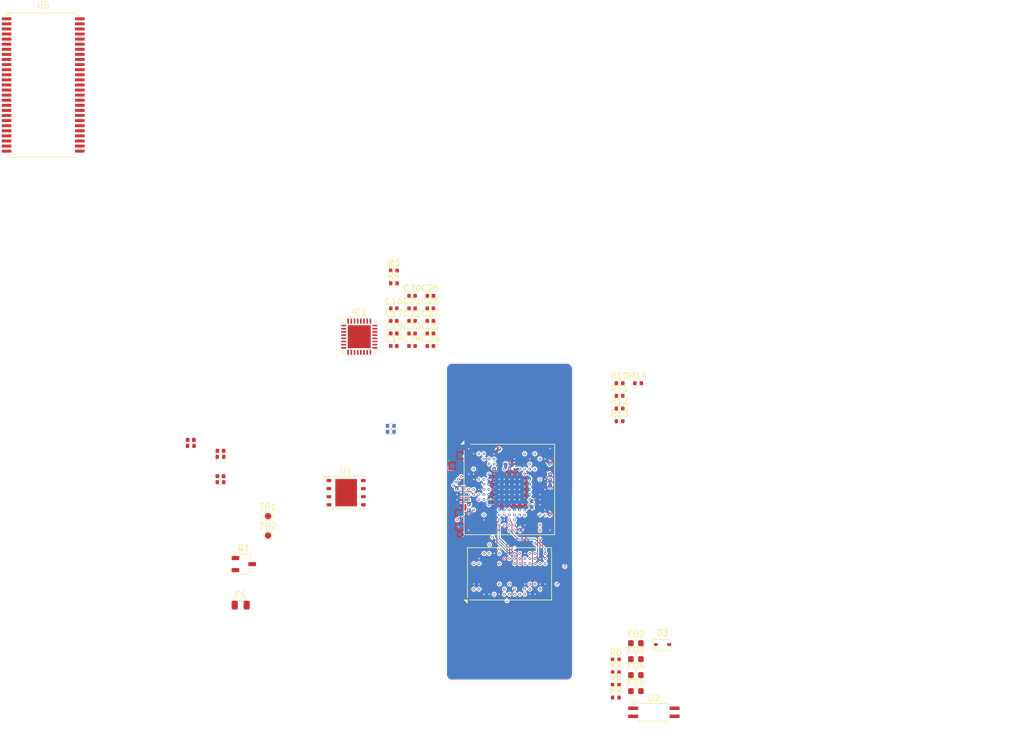
<source format=kicad_pcb>
(kicad_pcb (version 20241229) (generator "pcbnew") (generator_version "9.0")
  (layers (0 "F.Cu" signal "F.Cu (Signal)") (4 "In1.Cu" power "In1.Cu (Ground)") (6 "In2.Cu" power "In2.Cu (Power)") (8 "In3.Cu" signal "In3.Cu (Signal)") (10 "In4.Cu" power "In4.Cu(Ground)") (12 "In5.Cu" signal "In5.Cu (Signal") (14 "In6.Cu" power "In6.Cu (Ground)") (2 "B.Cu" signal "B.Cu (Signal)") (13 "F.Paste" user) (15 "B.Paste" user) (5 "F.SilkS" user "F.Silkscreen") (7 "B.SilkS" user "B.Silkscreen") (1 "F.Mask" user) (3 "B.Mask" user) (25 "Edge.Cuts" user))
  (net 0 "")
  (net 1 "/USB_D-")
  (net 2 "/USB_D+")
  (net 3 "/SWD_IO")
  (net 4 "/SWD_CLK")
  (net 5 "/SWD_SWO")
  (net 6 "/FMC_D14")
  (net 7 "/FMC_SDNRAS")
  (net 8 "/FMC_A5")
  (net 9 "/FMC_A0")
  (net 10 "+3.3V")
  (net 11 "/FMC_D15")
  (net 12 "/FMC_D1")
  (net 13 "/FMC_D3")
  (net 14 "/FMC_D11")
  (net 15 "/FMC_D7")
  (net 16 "/FMC_D9")
  (net 17 "/FMC_A10")
  (net 18 "/FMC_SDCKE0")
  (net 19 "/FMC_D8")
  (net 20 "/FMC_D13")
  (net 21 "/FMC_A3")
  (net 22 "/FMC_D0")
  (net 23 "/FMC_D10")
  (net 24 "/FMC_SDNWE")
  (net 25 "/FMC_NBL0")
  (net 26 "/FMC_D4")
  (net 27 "/FMC_A2")
  (net 28 "/FMC_A7")
  (net 29 "/FMC_NE1")
  (net 30 "/FMC_A1")
  (net 31 "/FMC_D6")
  (net 32 "/FMC_BA0")
  (net 33 "/FMC_CLK")
  (net 34 "/FMC_A9")
  (net 35 "/FMC_A11")
  (net 36 "/FMC_A12")
  (net 37 "/FMC_A8")
  (net 38 "/FMC_D5")
  (net 39 "/FMC_A4")
  (net 40 "/FMC_A6")
  (net 41 "/FMC_D12")
  (net 42 "/FMC_NBL1")
  (net 43 "/FMC_BA1")
  (net 44 "/FMC_D2")
  (net 45 "/QSPI_IO3")
  (net 46 "/QSPI_IO2")
  (net 47 "/QSPI_IO0")
  (net 48 "/QSPI_IO1")
  (net 49 "/QSPI_CLK")
  (net 50 "/QSPI_NCS")
  (net 51 "Net-(U4L-VREF+)")
  (net 52 "Net-(U4L-VREF-)")
  (net 54 "/AUX_OUT_L")
  (net 60 "+3.3VA")
  (net 64 "/AUX_OUT_R")
  (net 65 "Net-(U4H-PH0)")
  (net 69 "Net-(U4H-PH1)")
  (net 76 "/PB9")
  (net 89 "/SDMMC1_D3")
  (net 90 "/SDMMC1_D1")
  (net 91 "/SDMMC1_D2")
  (net 92 "/SDMMC1_D0")
  (net 93 "/SDMMC1_CK")
  (net 94 "/VBAT")
  (net 95 "/SDMMC1_CMD")
  (net 96 "/FMC_SDNCAS")
  (net 98 "Net-(D3-A)")
  (net 101 "/I2C_SDA")
  (net 102 "/I2C_SCL")
  (net 103 "Net-(D3-K)")
  (net 104 "Net-(FB2-Pad2)")
  (net 105 "/DIN_IN_SOURCE")
  (net 106 "/DIN_IN_SINK")
  (net 107 "/SAI1_MCLK")
  (net 108 "/SAI1_SCK")
  (net 109 "/SAI1_FS")
  (net 110 "/SAI1_SD_A")
  (net 111 "/SAI1_SD_B")
  (net 115 "/DIN_OUT_SINK")
  (net 116 "Net-(IC1-AUXOUT2)")
  (net 117 "/AUX_IN_R")
  (net 118 "/AUX_IN_L")
  (net 119 "Net-(IC1-AUXOUT1)")
  (net 121 "Net-(IC1-LMICP)")
  (net 122 "Net-(IC1-LMICN)")
  (net 123 "Net-(IC1-RMICP)")
  (net 124 "Net-(IC1-RMICN)")
  (net 125 "Net-(IC1-RAUXIN)")
  (net 126 "Net-(IC1-LAUXIN)")
  (net 127 "Net-(IC1-MICBIAS)")
  (net 128 "Net-(IC1-VREF)")
  (net 129 "/FMC_D22")
  (net 130 "/FMC_D31")
  (net 131 "/FMC_D17")
  (net 132 "/FMC_D26")
  (net 133 "/FMC_D21")
  (net 134 "/FMC_D24")
  (net 135 "/FMC_NBL3")
  (net 136 "/FMC_D27")
  (net 137 "/FMC_D30")
  (net 138 "/FMC_D20")
  (net 139 "/FMC_D18")
  (net 140 "/FMC_NBL2")
  (net 141 "/FMC_D29")
  (net 142 "/FMC_D23")
  (net 143 "/FMC_D16")
  (net 144 "/FMC_D19")
  (net 145 "/FMC_D25")
  (net 146 "/FMC_D28")
  (net 148 "Net-(FB4-Pad1)")
  (net 150 "Net-(FB5-Pad1)")
  (net 151 "/DIN_OUT_SOURCE")
  (net 152 "/PB4")
  (net 153 "/RST")
  (net 154 "/DIN_MIDI_RX")
  (net 155 "/DIN_MIDI_TX")
  (net 156 "/PB13")
  (net 157 "/PA2")
  (net 158 "/PA12{slash}4TX")
  (net 159 "/PA3")
  (net 160 "/PA11{slash}4RX")
  (net 161 "/MICL")
  (net 162 "/MICR")
  (net 163 "/PB6")
  (net 164 "/PB5")
  (net 165 "/PA7")
  (net 166 "/PA5")
  (net 167 "/PA6")
  (net 168 "Net-(D1-A)")
  (net 169 "Net-(D2-A)")
  (net 170 "/LED_STATUS")
  (net 171 "Net-(D4-A)")
  (net 172 "/LED_STATUS2")
  (net 173 "/3v3_GND")
  (net 174 "GND")
  (net 177 "/3v3+")
  (net 221 "/HPR")
  (net 222 "/LIN")
  (net 223 "/RIN")
  (net 225 "/SPKL")
  (net 226 "/SPKR")
  (net 227 "/HPL")
  (net 233 "Net-(C1-Pad1)")
  (net 234 "Net-(C2-Pad1)")
  (net 235 "Net-(C3-Pad1)")
  (net 236 "/BOOT0")
  (net 243 "Net-(U5-VSS-Pad28)")
  (net 244 "Net-(U5-VDD-Pad1)")
  (net 251 "Net-(U5-VDDQ-Pad3)")
  (net 269 "Net-(U5-VSSQ-Pad12)")
  (net 288 "unconnected-(IC2-DQ24-PadA2)")
  (footprint "Capacitor_SMD:C_0402_1005Metric" (layer "F.Cu") (at 64.7 44.52)
    (property "Reference" "C20")
    (property "Value" "1uF")
  )
  (footprint "Resistor_SMD:R_0402_1005Metric" (layer "F.Cu") (at 97.28 64.22)
    (property "Reference" "R13")
    (property "Value" "10k")
  )
  (footprint "Package_SO:SOIC-4_4.55x2.6mm_P1.27mm" (layer "F.Cu") (at 102.6675 109.95)
    (property "Reference" "U2")
    (property "Value" "LTV-217-G")
  )
  (footprint "Package_DFN_QFN:QFN-32-1EP_5x5mm_P0.5mm_EP3.6x3.6mm" (layer "F.Cu") (at 56.41 50.94)
    (property "Reference" "IC1")
    (property "Value" "NAU88C22YG")
  )
  (footprint "Resistor_SMD:R_0402_1005Metric" (layer "F.Cu") (at 61.85 42.54)
    (property "Reference" "R4")
    (property "Value" "2k2")
  )
  (footprint "Capacitor_SMD:C_0402_1005Metric" (layer "F.Cu") (at 67.57 52.4)
    (property "Reference" "C29")
    (property "Value" "4.7uF")
  )
  (footprint "Resistor_SMD:R_0402_1005Metric" (layer "F.Cu") (at 97.28 58.25)
    (property "Reference" "R10")
    (property "Value" "10k")
  )
  (footprint "Resistor_SMD:R_0402_1005Metric" (layer "F.Cu") (at 100.19 58.25)
    (property "Reference" "R14")
    (property "Value" "10k")
  )
  (footprint "Capacitor_SMD:C_0402_1005Metric" (layer "F.Cu") (at 64.7 46.49)
    (property "Reference" "C21")
    (property "Value" "1uF")
  )
  (footprint "Package_BGA:BGA-90_8.0x13.0mm_Layout2x3x15_P0.8mm" (layer "F.Cu") (at 80 88.2 90)
    (property "Reference" "IC2" (hide yes))
    (property "Value" "IS42S32160F-6BLI")
  )
  (footprint "TestPoint:TestPoint_Pad_D1.0mm" (layer "F.Cu") (at 42.09 79.13)
    (property "Reference" "TP1")
    (property "Value" "GND")
  )
  (footprint "LED_SMD:LED_0402_1005Metric" (layer "F.Cu") (at 34.625 68.87)
    (property "Reference" "D2" (hide yes))
    (property "Value" "STATUS")
  )
  (footprint "Capacitor_SMD:C_0402_1005Metric" (layer "F.Cu") (at 67.57 44.52)
    (property "Reference" "C25")
    (property "Value" "1uF")
  )
  (footprint "Inductor_SMD:L_0603_1608Metric" (layer "F.Cu") (at 99.8475 104.11)
    (property "Reference" "FB4")
    (property "Value" "1K @100MHz")
  )
  (footprint "Capacitor_SMD:C_0402_1005Metric" (layer "F.Cu") (at 61.83 48.46)
    (property "Reference" "C17")
    (property "Value" "4.7uF")
  )
  (footprint "Resistor_SMD:R_0402_1005Metric" (layer "F.Cu") (at 96.695 103.66)
    (property "Reference" "R7")
    (property "Value" "220R")
  )
  (footprint "Inductor_SMD:L_0603_1608Metric" (layer "F.Cu") (at 99.8475 99.09)
    (property "Reference" "FB2")
    (property "Value" "1K @100MHz")
  )
  (footprint "LED_SMD:LED_0402_1005Metric" (layer "F.Cu") (at 29.955 67.15)
    (property "Reference" "D1" (hide yes))
    (property "Value" "POWER")
  )
  (footprint "Capacitor_SMD:C_0402_1005Metric" (layer "F.Cu") (at 61.83 46.49)
    (property "Reference" "C16")
    (property "Value" "4.7uF")
  )
  (footprint "Capacitor_SMD:C_0402_1005Metric" (layer "F.Cu") (at 64.7 48.46)
    (property "Reference" "C22")
    (property "Value" "1uF")
  )
  (footprint "Fuse:Fuse_0805_2012Metric" (layer "F.Cu") (at 37.79 93.11)
    (property "Reference" "F1")
    (property "Value" "Polyfuse")
  )
  (footprint "Package_TO_SOT_SMD:TSOT-23" (layer "F.Cu") (at 38.28 86.665)
    (property "Reference" "Q1")
    (property "Value" "PMV37EN22")
  )
  (footprint "Resistor_SMD:R_0402_1005Metric" (layer "F.Cu") (at 34.62 69.82)
    (property "Reference" "R15" (hide yes))
    (property "Value" "R")
  )
  (footprint "Capacitor_SMD:C_0402_1005Metric" (layer "F.Cu") (at 61.83 52.4)
    (property "Reference" "C19")
    (property "Value" "4.7uF")
  )
  (footprint "Package_SO:TSOP-II-54_22.2x10.16mm_P0.8mm" (layer "F.Cu") (at 6.785 11.385)
    (property "Reference" "U5")
    (property "Value" "MT48LC32M8A2TG")
  )
  (footprint "Capacitor_SMD:C_0402_1005Metric" (layer "F.Cu") (at 64.7 52.4)
    (property "Reference" "C24")
    (property "Value" "1uF")
  )
  (footprint "Resistor_SMD:R_0402_1005Metric" (layer "F.Cu") (at 61.85 40.55)
    (property "Reference" "R3")
    (property "Value" "2k2")
  )
  (footprint "Diode_SMD:D_SOD-323" (layer "F.Cu") (at 104.0225 99.31)
    (property "Reference" "D3")
    (property "Value" "1N4148WS")
  )
  (footprint "Capacitor_SMD:C_0402_1005Metric" (layer "F.Cu") (at 64.7 50.43)
    (property "Reference" "C23")
    (property "Value" "1uF")
  )
  (footprint "Capacitor_SMD:C_0402_1005Metric" (layer "F.Cu") (at 67.57 48.46)
    (property "Reference" "C27")
    (property "Value" "1uF")
  )
  (footprint "Capacitor_SMD:C_0402_1005Metric" (layer "F.Cu") (at 67.57 46.49)
    (property "Reference" "C26")
    (property "Value" "1uF")
  )
  (footprint "TestPoint:TestPoint_Pad_D1.0mm" (layer "F.Cu") (at 42.09 82.18)
    (property "Reference" "TP2")
    (property "Value" "3v3")
  )
  (footprint "Resistor_SMD:R_0402_1005Metric" (layer "F.Cu") (at 96.695 107.64)
    (property "Reference" "R9")
    (property "Value" "33Ω 5% 0.5W")
  )
  (footprint "Inductor_SMD:L_0603_1608Metric" (layer "F.Cu") (at 99.8475 106.62)
    (property "Reference" "FB5")
    (property "Value" "1K @100MHz")
  )
  (footprint "Resistor_SMD:R_0402_1005Metric" (layer "F.Cu") (at 96.695 105.65)
    (property "Reference" "R8")
    (property "Value" "10Ω 5% 0.25W")
  )
  (footprint "Resistor_SMD:R_0402_1005Metric" (layer "F.Cu") (at 97.28 60.24)
    (property "Reference" "R11")
    (property "Value" "10k")
  )
  (footprint "Package_BGA:TFBGA-265_14x14mm_Layout17x17_P0.8mm" (layer "F.Cu") (at 79.98 74.94)
    (property "Reference" "U4" (hide yes))
    (property "Value" "STM32H750XBHx")
  )
  (footprint "Resistor_SMD:R_0402_1005Metric" (layer "F.Cu") (at 29.95 68.1)
    (property "Reference" "R16" (hide yes))
    (property "Value" "R")
  )
  (footprint "Resistor_SMD:R_0402_1005Metric" (layer "F.Cu") (at 97.28 62.23)
    (property "Reference" "R12")
    (property "Value" "10k")
  )
  (footprint "Package_SON:WSON-8-1EP_6x5mm_P1.27mm_EP3.4x4.3mm" (layer "F.Cu") (at 54.35 75.445)
    (property "Reference" "U1")
    (property "Value" "W25Q128JVP")
  )
  (footprint "Resistor_SMD:R_0402_1005Metric" (layer "F.Cu") (at 96.695 101.67)
    (property "Reference" "R6")
    (property "Value" "R")
  )
  (footprint "Capacitor_SMD:C_0402_1005Metric" (layer "F.Cu") (at 61.83 50.43)
    (property "Reference" "C18")
    (property "Value" "4.7uF")
  )
  (footprint "Capacitor_SMD:C_0402_1005Metric" (layer "F.Cu") (at 67.57 50.43)
    (property "Reference" "C28")
    (property "Value" "4.7uF")
  )
  (footprint "LED_SMD:LED_0402_1005Metric" (layer "F.Cu") (at 34.6175 72.86)
    (property "Reference" "D4" (hide yes))
    (property "Value" "STATUS2")
  )
  (footprint "Inductor_SMD:L_0603_1608Metric" (layer "F.Cu") (at 99.8475 101.6)
    (property "Reference" "FB3")
    (property "Value" "1K @100MHz")
  )
  (footprint "Resistor_SMD:R_0402_1005Metric" (layer "F.Cu") (at 34.62 73.8)
    (property "Reference" "R17" (hide yes))
    (property "Value" "R")
  )
  (footprint "Resistor_SMD:R_0402_1005Metric" (layer "B.Cu") (at 61.36 65.9)
    (property "Reference" "R1" (hide yes))
    (property "Value" "4.7k")
  )
  (footprint "Capacitor_SMD:C_0402_1005Metric" (layer "B.Cu") (at 77.58 72.92)
    (property "Reference" "C69" (hide yes))
    (property "Value" "10uF")
  )
  (footprint "Capacitor_SMD:C_0402_1005Metric" (layer "B.Cu") (at 80.67 77.31 90)
    (property "Reference" "C61" (hide yes))
    (property "Value" "100nF")
  )
  (footprint "Capacitor_SMD:C_0402_1005Metric" (layer "B.Cu") (at 82.39 74.02 180)
    (property "Reference" "C57" (hide yes))
    (property "Value" "100nF")
  )
  (footprint "Capacitor_SMD:C_0402_1005Metric" (layer "B.Cu") (at 82.51 77.31 90)
    (property "Reference" "C48" (hide yes))
    (property "Value" "100nF")
  )
  (footprint "Crystal:Crystal_SMD_Abracon_ABM10-4Pin_2.5x2.0mm" (layer "B.Cu") (at 71.635 70.405)
    (property "Reference" "Y1" (hide yes))
    (property "Value" "Crystal_GND24")
  )
  (footprint "Capacitor_SMD:C_0402_1005Metric" (layer "B.Cu") (at 72.26 77.52 180)
    (property "Reference" "C31" (hide yes))
    (property "Value" "1uF")
  )
  (footprint "Capacitor_SMD:C_0402_1005Metric" (layer "B.Cu") (at 78.06 71.74)
    (property "Reference" "C62" (hide yes))
    (property "Value" "100nF")
  )
  (footprint "Capacitor_SMD:C_0402_1005Metric" (layer "B.Cu") (at 72.26 76.6 180)
    (property "Reference" "C30" (hide yes))
    (property "Value" "10nF")
  )
  (footprint "Capacitor_SMD:C_0402_1005Metric" (layer "B.Cu") (at 82.39 73.1 180)
    (property "Reference" "C51" (hide yes))
    (property "Value" "100nF")
  )
  (footprint "Capacitor_SMD:C_0402_1005Metric" (layer "B.Cu") (at 85.99 70.53 135)
    (property "Reference" "C2" (hide yes))
    (property "Value" "2.2 uF <100 mΩ ESR")
  )
  (footprint "Resistor_SMD:R_0402_1005Metric" (layer "B.Cu") (at 79.92 71.05 180)
    (property "Reference" "R18" (hide yes))
    (property "Value" "10k")
  )
  (footprint "Capacitor_SMD:C_0402_1005Metric" (layer "B.Cu") (at 80.9 72.54 -90)
    (property "Reference" "C68" (hide yes))
    (property "Value" "100nF")
  )
  (footprint "Capacitor_SMD:C_0402_1005Metric" (layer "B.Cu") (at 85.89 73.47 180)
    (property "Reference" "C5" (hide yes))
    (property "Value" "100nF")
  )
  (footprint "Capacitor_SMD:C_0402_1005Metric" (layer "B.Cu") (at 86.37 74.84 -90)
    (property "Reference" "C6" (hide yes))
    (property "Value" "1uF")
  )
  (footprint "Capacitor_SMD:C_0402_1005Metric" (layer "B.Cu") (at 77.58 74.14)
    (property "Reference" "C64" (hide yes))
    (property "Value" "100nF")
  )
  (footprint "Capacitor_SMD:C_0402_1005Metric" (layer "B.Cu") (at 83.97 76.78)
    (property "Reference" "C7" (hide yes))
    (property "Value" "100nF")
  )
  (footprint "Capacitor_SMD:C_0402_1005Metric" (layer "B.Cu") (at 79.98 72.54 -90)
    (property "Reference" "C56" (hide yes))
    (property "Value" "100nF")
  )
  (footprint "Capacitor_SMD:C_0402_1005Metric" (layer "B.Cu") (at 85.98 78.55 135)
    (property "Reference" "C60" (hide yes))
    (property "Value" "100nF")
  )
  (footprint "Capacitor_SMD:C_0402_1005Metric" (layer "B.Cu") (at 83.97 77.71)
    (property "Reference" "C50" (hide yes))
    (property "Value" "100nF")
  )
  (footprint "Capacitor_SMD:C_0402_1005Metric" (layer "B.Cu") (at 72.69 81.9775)
    (property "Reference" "C32" (hide yes))
    (property "Value" "1uF")
  )
  (footprint "Resistor_SMD:R_0402_1005Metric" (layer "B.Cu") (at 61.36 64.96)
    (property "Reference" "R2" (hide yes))
    (property "Value" "4.7k")
  )
  (footprint "Capacitor_SMD:C_0402_1005Metric" (layer "B.Cu") (at 81.979411 80.940589 45)
    (property "Reference" "C1" (hide yes))
    (property "Value" "2.2 uF <100 mΩ ESR")
  )
  (footprint "Capacitor_SMD:C_0402_1005Metric" (layer "B.Cu") (at 81.59 77.31 90)
    (property "Reference" "C54" (hide yes))
    (property "Value" "100nF")
  )
  (footprint "Capacitor_SMD:C_0402_1005Metric" (layer "B.Cu") (at 77.41 76.93)
    (property "Reference" "C52" (hide yes))
    (property "Value" "100nF")
  )
  (footprint "Resistor_SMD:R_0402_1005Metric" (layer "B.Cu") (at 72.24 74.75)
    (property "Reference" "R5" (hide yes))
    (property "Value" "10k")
  )
  (footprint "Inductor_SMD:L_0805_2012Metric" (layer "B.Cu") (at 72.21 79.74 -90)
    (property "Reference" "FB1" (hide yes))
    (property "Value" "120R")
  )
  (footprint "Capacitor_SMD:C_0402_1005Metric" (layer "B.Cu") (at 85.89 72.55 180)
    (property "Reference" "C4" (hide yes))
    (property "Value" "1uF 600mΩ")
  )
  (footprint "Capacitor_SMD:C_0402_1005Metric" (layer "B.Cu") (at 73.63 77.73 -90)
    (property "Reference" "C15" (hide yes))
    (property "Value" "R")
  )
  (footprint "Capacitor_SMD:C_0402_1005Metric" (layer "B.Cu") (at 72.26 75.6775 180)
    (property "Reference" "C33" (hide yes))
    (property "Value" "100nF")
  )
  (footprint "Capacitor_SMD:C_0402_1005Metric" (layer "B.Cu") (at 77.98 68.94 -135)
    (property "Reference" "C3" (hide yes))
    (property "Value" "2.2 uF <100 mΩ ESR")
  )
  (footprint "Capacitor_SMD:C_0402_1005Metric" (layer "B.Cu") (at 78.78 77.31 90)
    (property "Reference" "C67" (hide yes))
    (property "Value" "100nF")
  )
  (footprint "Capacitor_SMD:C_0402_1005Metric" (layer "B.Cu") (at 82.39 74.94 180)
    (property "Reference" "C63" (hide yes))
    (property "Value" "100nF")
  )
  (footprint "Capacitor_SMD:C_0402_1005Metric" (layer "B.Cu") (at 82.39 75.86 180)
    (property "Reference" "C55" (hide yes))
    (property "Value" "100nF")
  )
  (footprint "Capacitor_SMD:C_0402_1005Metric" (layer "B.Cu") (at 77.58 75.74)
    (property "Reference" "C58" (hide yes))
    (property "Value" "100nF")
  )
  (gr_arc (start 70 56) (mid 70.292893 55.292893) (end 71 55) (stroke (width 0.05)) (layer "Edge.Cuts"))
  (gr_arc (start 90 104) (mid 89.707107 104.707107) (end 89 105) (stroke (width 0.05)) (layer "Edge.Cuts"))
  (gr_line (start 71 55) (end 89 55) (stroke (width 0.05)) (layer "Edge.Cuts"))
  (gr_line (start 70 56) (end 70 104) (stroke (width 0.05)) (layer "Edge.Cuts"))
  (gr_arc (start 71 105) (mid 70.292893 104.707107) (end 70 104) (stroke (width 0.05)) (layer "Edge.Cuts"))
  (gr_line (start 90 104) (end 90 56) (stroke (width 0.05)) (layer "Edge.Cuts"))
  (gr_arc (start 89 55) (mid 89.707107 55.292893) (end 90 56) (stroke (width 0.05)) (layer "Edge.Cuts"))
  (gr_line (start 89 105) (end 71 105) (stroke (width 0.05)) (layer "Edge.Cuts"))
  (via (at 84.78 81.34) (size 0.4) (drill 0.2) (layers "F.Cu" "B.Cu") (net 1))
  (via (at 84.78 80.54) (size 0.4) (drill 0.2) (layers "F.Cu" "B.Cu") (net 2))
  (via (at 84.78 70.14) (size 0.4) (drill 0.2) (layers "F.Cu" "B.Cu") (net 3))
  (via (at 83.98 69.34) (size 0.4) (drill 0.2) (layers "F.Cu" "B.Cu") (net 4))
  (via (at 77.58 70.14) (size 0.4) (drill 0.2) (layers "F.Cu" "B.Cu") (net 5))
  (segment (start 86.99 90.44) (end 86.03 91.4) (width 0.127) (layer "F.Cu") (net 6))
  (segment (start 86.03 91.4) (end 85.6 91.4) (width 0.127) (layer "F.Cu") (net 6))
  (segment (start 86.99 81.15) (end 86.99 90.44) (width 0.127) (layer "F.Cu") (net 6))
  (segment (start 86.38 80.54) (end 86.99 81.15) (width 0.127) (layer "F.Cu") (net 6))
  (via (at 80.8 85) (size 0.4) (drill 0.2) (layers "F.Cu" "B.Cu") (net 7))
  (via (at 78.38 80.54) (size 0.4) (drill 0.2) (layers "F.Cu" "B.Cu") (net 7))
  (segment (start 78.38 82.58) (end 80.8 85) (width 0.127) (layer "B.Cu") (net 7))
  (segment (start 78.38 80.54) (end 78.38 82.58) (width 0.127) (layer "B.Cu") (net 7))
  (segment (start 71.22 74.29) (end 71.41 74.48) (width 0.127) (layer "F.Cu") (net 8))
  (segment (start 71.41 74.48) (end 75.52 74.48) (width 0.127) (layer "F.Cu") (net 8))
  (segment (start 75.52 74.48) (end 75.98 74.94) (width 0.127) (layer "F.Cu") (net 8))
  (via (at 79.2 90.6) (size 0.4) (drill 0.2) (layers "F.Cu" "B.Cu") (net 8))
  (via (at 75.98 74.94) (size 0.4) (drill 0.2) (layers "F.Cu" "B.Cu") (net 8))
  (via (at 71.22 74.29) (size 0.4) (drill 0.2) (layers "F.Cu" "B.Cu") (net 8))
  (via (at 75.98 73.34) (size 0.4) (drill 0.2) (layers "F.Cu" "B.Cu") (net 9))
  (via (at 79.2 85.8) (size 0.4) (drill 0.2) (layers "F.Cu" "B.Cu") (remove_unused_layers yes) (net 9))
  (via (at 76.78 76.54) (size 0.4) (drill 0.2) (layers "F.Cu" "B.Cu") (net 10))
  (via (at 86.38 73.34) (size 0.4) (drill 0.2) (layers "F.Cu" "B.Cu") (net 10))
  (via (at 76 85) (size 0.4) (drill 0.2) (layers "F.Cu" "B.Cu") (net 10))
  (via (at 75.2 86.6) (size 0.4) (drill 0.2) (layers "F.Cu" "B.Cu") (net 10))
  (via (at 83.18 74.94) (size 0.4) (drill 0.2) (layers "F.Cu" "B.Cu") (net 10))
  (via (at 84.8 86.6) (size 0.4) (drill 0.2) (layers "F.Cu" "B.Cu") (net 10))
  (via (at 83.18 74.14) (size 0.4) (drill 0.2) (layers "F.Cu" "B.Cu") (net 10))
  (via (at 77.6 91.4) (size 0.4) (drill 0.2) (layers "F.Cu" "B.Cu") (net 10))
  (via (at 75.2 90.6) (size 0.4) (drill 0.2) (layers "F.Cu" "B.Cu") (net 10))
  (via (at 76.78 77.34) (size 0.4) (drill 0.2) (layers "F.Cu" "B.Cu") (net 10))
  (via (at 76.78 73.34) (size 0.4) (drill 0.2) (layers "F.Cu" "B.Cu") (net 10))
  (via (at 74.4 86.6) (size 0.4) (drill 0.2) (layers "F.Cu" "B.Cu") (net 10))
  (via (at 81.58 78.14) (size 0.4) (drill 0.2) (layers "F.Cu" "B.Cu") (net 10))
  (via (at 72.0195 80.8025) (size 0.4) (drill 0.2) (layers "F.Cu" "B.Cu") (net 10))
  (via (at 84.8 90.6) (size 0.4) (drill 0.2) (layers "F.Cu" "B.Cu") (net 10))
  (via (at 76.8 85) (size 0.4) (drill 0.2) (layers "F.Cu" "B.Cu") (net 10))
  (via (at 76.78 74.14) (size 0.4) (drill 0.2) (layers "F.Cu" "B.Cu") (net 10))
  (via (at 83.18 76.54) (size 0.4) (drill 0.2) (layers "F.Cu" "B.Cu") (net 10))
  (via (at 82.38 78.14) (size 0.4) (drill 0.2) (layers "F.Cu" "B.Cu") (net 10))
  (via (at 71.67 74.87) (size 0.4) (drill 0.2) (layers "F.Cu" "B.Cu") (net 10))
  (via (at 83.18 75.74) (size 0.4) (drill 0.2) (layers "F.Cu" "B.Cu") (net 10))
  (via (at 81.58 71.74) (size 0.4) (drill 0.2) (layers "F.Cu" "B.Cu") (net 10))
  (via (at 77.58 71.74) (size 0.4) (drill 0.2) (layers "F.Cu" "B.Cu") (net 10))
  (via (at 80.78 78.14) (size 0.4) (drill 0.2) (layers "F.Cu" "B.Cu") (net 10))
  (via (at 83.2 85) (size 0.4) (drill 0.2) (layers "F.Cu" "B.Cu") (net 10))
  (via (at 82.4 91.4) (size 0.4) (drill 0.2) (layers "F.Cu" "B.Cu") (net 10))
  (via (at 86.38 72.54) (size 0.4) (drill 0.2) (layers "F.Cu" "B.Cu") (net 10))
  (via (at 83.18 73.34) (size 0.4) (drill 0.2) (layers "F.Cu" "B.Cu") (net 10))
  (via (at 84 85) (size 0.4) (drill 0.2) (layers "F.Cu" "B.Cu") (net 10))
  (via (at 82.4 86.6) (size 0.4) (drill 0.2) (layers "F.Cu" "B.Cu") (net 10))
  (via (at 76.78 75.74) (size 0.4) (drill 0.2) (layers "F.Cu" "B.Cu") (net 10))
  (via (at 79.18 78.14) (size 0.4) (drill 0.2) (layers "F.Cu" "B.Cu") (net 10))
  (via (at 83.18 77.34) (size 0.4) (drill 0.2) (layers "F.Cu" "B.Cu") (net 10))
  (via (at 78.38 78.14) (size 0.4) (drill 0.2) (layers "F.Cu" "B.Cu") (net 10))
  (via (at 76.78 72.54) (size 0.4) (drill 0.2) (layers "F.Cu" "B.Cu") (net 10))
  (via (at 78.4 85) (size 0.4) (drill 0.2) (layers "F.Cu" "B.Cu") (net 10))
  (via (at 86.38 78.94) (size 0.4) (drill 0.2) (layers "F.Cu" "B.Cu") (net 10))
  (via (at 79.98 71.74) (size 0.4) (drill 0.2) (layers "F.Cu" "B.Cu") (net 10))
  (via (at 85.6 86.6) (size 0.4) (drill 0.2) (layers "F.Cu" "B.Cu") (net 10))
  (segment (start 76.78 73.24) (end 77.1 72.92) (width 0.4) (layer "B.Cu") (net 10))
  (segment (start 83.18 77.34) (end 83.18 77.4) (width 0.4) (layer "B.Cu") (net 10))
  (segment (start 78.38 78.14) (end 78.43 78.14) (width 0.4) (layer "B.Cu") (net 10))
  (segment (start 76.78 74.14) (end 77.1 74.14) (width 0.4) (layer "B.Cu") (net 10))
  (segment (start 81.22 71.74) (end 80.9 72.06) (width 0.4) (layer "B.Cu") (net 10))
  (segment (start 72.0195 80.8025) (end 72.21 80.8025) (width 0.4) (layer "B.Cu") (net 10))
  (segment (start 76.78 76.54) (end 76.78 76.78) (width 0.4) (layer "B.Cu") (net 10))
  (segment (start 83.18 77.4) (end 83.49 77.71) (width 0.4) (layer "B.Cu") (net 10))
  (segment (start 80.78 77.9) (end 80.67 77.79) (width 0.4) (layer "B.Cu") (net 10))
  (segment (start 76.78 75.74) (end 76.78 76.54) (width 0.4) (layer "B.Cu") (net 10))
  (segment (start 83.18 76.54) (end 83.25 76.54) (width 0.4) (layer "B.Cu") (net 10))
  (segment (start 81.58 71.74) (end 81.22 71.74) (width 0.4) (layer "B.Cu") (net 10))
  (segment (start 83.18 73.34) (end 83.18 73.22) (width 0.4) (layer "B.Cu") (net 10))
  (segment (start 76.78 73.34) (end 76.78 74.14) (width 0.4) (layer "B.Cu") (net 10))
  (segment (start 86.38 73.46) (end 86.37 73.47) (width 0.4) (layer "B.Cu") (net 10))
  (segment (start 76.78 75.74) (end 77.1 75.74) (width 0.4) (layer "B.Cu") (net 10))
  (segment (start 79.98 71.5) (end 80.43 71.05) (width 0.4) (layer "B.Cu") (net 10))
  (segment (start 82.38 78.14) (end 82.38 77.92) (width 0.4) (layer "B.Cu") (net 10))
  (segment (start 82.38 77.92) (end 82.51 77.79) (width 0.4) (layer "B.Cu") (net 10))
  (segment (start 80.78 77.83) (end 80.74 77.79) (width 0.4) (layer "B.Cu") (net 10))
  (segment (start 86.37 74.36) (end 86.37 73.47) (width 0.4) (layer "B.Cu") (net 10))
  (segment (start 79.18 78.14) (end 79.13 78.14) (width 0.4) (layer "B.Cu") (net 10))
  (segment (start 76.78 76.78) (end 76.93 76.93) (width 0.4) (layer "B.Cu") (net 10))
  (segment (start 83.25 76.54) (end 83.49 76.78) (width 0.4) (layer "B.Cu") (net 10))
  (segment (start 79.98 71.74) (end 79.98 72.06) (width 0.4) (layer "B.Cu") (net 10))
  (segment (start 81.58 77.8) (end 81.59 77.79) (width 0.4) (layer "B.Cu") (net 10))
  (segment (start 76.78 77.34) (end 76.78 76.54) (width 0.4) (layer "B.Cu") (net 10))
  (segment (start 76.78 73.34) (end 76.78 73.24) (width 0.4) (layer "B.Cu") (net 10))
  (segment (start 79.98 71.74) (end 79.98 71.5) (width 0.4) (layer "B.Cu") (net 10))
  (segment (start 76.78 72.54) (end 76.78 72.6) (width 0.4) (layer "B.Cu") (net 10))
  (segment (start 79.13 78.14) (end 78.78 77.79) (width 0.4) (layer "B.Cu") (net 10))
  (segment (start 76.78 77.08) (end 76.93 76.93) (width 0.4) (layer "B.Cu") (net 10))
  (segment (start 76.78 72.6) (end 77.1 72.92) (width 0.4) (layer "B.Cu") (net 10))
  (segment (start 86.38 73.34) (end 86.38 73.46) (width 0.4) (layer "B.Cu") (net 10))
  (segment (start 78.43 78.14) (end 78.78 77.79) (width 0.4) (layer "B.Cu") (net 10))
  (segment (start 76.78 77.34) (end 76.78 77.08) (width 0.4) (layer "B.Cu") (net 10))
  (segment (start 80.78 78.14) (end 80.78 77.9) (width 0.4) (layer "B.Cu") (net 10))
  (segment (start 80.78 78.14) (end 80.78 77.83) (width 0.4) (layer "B.Cu") (net 10))
  (segment (start 81.58 78.14) (end 81.58 77.8) (width 0.4) (layer "B.Cu") (net 10))
  (segment (start 83.18 73.22) (end 82.87 72.91) (width 0.4) (layer "B.Cu") (net 10))
  (segment (start 86.62 89.58) (end 85.6 90.6) (width 0.127) (layer "F.Cu") (net 11))
  (segment (start 86.0155 81.8255) (end 86.62 82.43) (width 0.127) (layer "F.Cu") (net 11))
  (segment (start 86.0155 80.9755) (end 86.0155 81.8255) (width 0.127) (layer "F.Cu") (net 11))
  (segment (start 86.62 82.43) (end 86.62 89.58) (width 0.127) (layer "F.Cu") (net 11))
  (segment (start 85.58 80.54) (end 86.0155 80.9755) (width 0.127) (layer "F.Cu") (net 11))
  (segment (start 84.78 78.94) (end 84.39 79.33) (width 0.127) (layer "F.Cu") (net 12))
  (segment (start 84.39 79.33) (end 84.39 86.21) (width 0.127) (layer "F.Cu") (net 12))
  (segment (start 84.39 86.21) (end 84 86.6) (width 0.127) (layer "F.Cu") (net 12))
  (via (at 84.78 78.94) (size 0.4) (drill 0.2) (layers "F.Cu" "B.Cu") (net 12))
  (via (at 84 86.6) (size 0.4) (drill 0.2) (layers "F.Cu" "B.Cu") (net 12))
  (via (at 84 83.37) (size 0.4) (drill 0.2) (layers "F.Cu" "B.Cu") (net 13))
  (via (at 84 85.8) (size 0.4) (drill 0.2) (layers "F.Cu" "B.Cu") (net 13))
  (via (at 82.38 71.74) (size 0.4) (drill 0.2) (layers "F.Cu" "B.Cu") (net 13))
  (segment (start 84 83.37) (end 84.39 83.76) (width 0.127) (layer "B.Cu") (net 13))
  (segment (start 84.39 85.41) (end 84 85.8) (width 0.127) (layer "B.Cu") (net 13))
  (segment (start 84.39 83.76) (end 84.39 85.41) (width 0.127) (layer "B.Cu") (net 13))
  (via (at 83.2 89.8) (size 0.4) (drill 0.2) (layers "F.Cu" "B.Cu") (net 14))
  (via (at 80.78 81.34) (size 0.4) (drill 0.2) (layers "F.Cu" "B.Cu") (net 14))
  (via (at 80.795 84.095) (size 0.4) (drill 0.2) (layers "F.Cu" "B.Cu") (remove_unused_layers yes) (net 15))
  (via (at 83.2 85.8) (size 0.4) (drill 0.2) (layers "F.Cu" "B.Cu") (net 15))
  (via (at 79.98 78.14) (size 0.4) (drill 0.2) (layers "F.Cu" "B.Cu") (net 15))
  (via (at 80.78 79.74) (size 0.4) (drill 0.2) (layers "F.Cu" "B.Cu") (net 16))
  (via (at 83.2 90.6) (size 0.4) (drill 0.2) (layers "F.Cu" "B.Cu") (net 16))
  (segment (start 79.18 80.54) (end 78.79 80.93) (width 0.127) (layer "F.Cu") (net 17))
  (segment (start 79.6 86.2) (end 79.2 86.6) (width 0.127) (layer "F.Cu") (net 17))
  (segment (start 78.79 80.93) (end 78.79 82.13) (width 0.127) (layer "F.Cu") (net 17))
  (segment (start 78.79 82.13) (end 79.6 82.94) (width 0.127) (layer "F.Cu") (net 17))
  (segment (start 79.6 82.94) (end 79.6 86.2) (width 0.127) (layer "F.Cu") (net 17))
  (via (at 79.18 80.54) (size 0.4) (drill 0.2) (layers "F.Cu" "B.Cu") (net 17))
  (segment (start 74.38 78.14) (end 74 78.52) (width 0.127) (layer "F.Cu") (net 18))
  (segment (start 79.64 92.43) (end 80.4 91.67) (width 0.127) (layer "F.Cu") (net 18))
  (segment (start 73.01 78.52) (end 71.82 79.71) (width 0.127) (layer "F.Cu") (net 18))
  (segment (start 80.4 91) (end 80.8 90.6) (width 0.127) (layer "F.Cu") (net 18))
  (segment (start 80.4 91.67) (end 80.4 91) (width 0.127) (layer "F.Cu") (net 18))
  (segment (start 74 78.52) (end 73.01 78.52) (width 0.127) (layer "F.Cu") (net 18))
  (segment (start 79.6 92.43) (end 79.64 92.43) (width 0.127) (layer "F.Cu") (net 18))
  (via (at 74.38 78.14) (size 0.4) (drill 0.2) (layers "F.Cu" "B.Cu") (net 18))
  (via (at 71.82 79.71) (size 0.4) (drill 0.2) (layers "F.Cu" "B.Cu") (net 18))
  (via (at 80.8 90.6) (size 0.4) (drill 0.2) (layers "F.Cu" "B.Cu") (net 18))
  (via (at 79.6 92.43) (size 0.4) (drill 0.2) (layers "F.Cu" "B.Cu") (net 18))
  (via (at 84 89.8) (size 0.4) (drill 0.2) (layers "F.Cu" "B.Cu") (net 19))
  (via (at 80.78 78.94) (size 0.4) (drill 0.2) (layers "F.Cu" "B.Cu") (net 19))
  (segment (start 85.2 88.78) (end 85.2 91) (width 0.127) (layer "F.Cu") (net 20))
  (segment (start 85.58 81.34) (end 85.58 82.13) (width 0.127) (layer "F.Cu") (net 20))
  (segment (start 86.26 87.72) (end 85.2 88.78) (width 0.127) (layer "F.Cu") (net 20))
  (segment (start 86.26 82.81) (end 86.26 87.72) (width 0.127) (layer "F.Cu") (net 20))
  (segment (start 85.58 82.13) (end 86.26 82.81) (width 0.127) (layer "F.Cu") (net 20))
  (segment (start 85.2 91) (end 84.8 91.4) (width 0.127) (layer "F.Cu") (net 20))
  (segment (start 75.63 73.79) (end 75.98 74.14) (width 0.127) (layer "F.Cu") (net 21))
  (segment (start 71.59 73.79) (end 75.63 73.79) (width 0.127) (layer "F.Cu") (net 21))
  (via (at 78.4 89.8) (size 0.4) (drill 0.2) (layers "F.Cu" "B.Cu") (net 21))
  (via (at 71.59 73.79) (size 0.4) (drill 0.2) (layers "F.Cu" "B.Cu") (net 21))
  (via (at 75.98 74.14) (size 0.4) (drill 0.2) (layers "F.Cu" "B.Cu") (net 21))
  (segment (start 85.19 79.33) (end 85.19 85.39) (width 0.127) (layer "F.Cu") (net 22))
  (segment (start 85.58 78.94) (end 85.19 79.33) (width 0.127) (layer "F.Cu") (net 22))
  (segment (start 85.19 85.39) (end 85.6 85.8) (width 0.127) (layer "F.Cu") (net 22))
  (via (at 85.58 78.94) (size 0.4) (drill 0.2) (layers "F.Cu" "B.Cu") (net 22))
  (via (at 85.6 85.8) (size 0.4) (drill 0.2) (layers "F.Cu" "B.Cu") (net 22))
  (segment (start 80.78 80.54) (end 81.2 80.96) (width 0.127) (layer "F.Cu") (net 23))
  (segment (start 81.99 82.45) (end 81.99 90.19) (width 0.127) (layer "F.Cu") (net 23))
  (segment (start 81.2 81.66) (end 81.99 82.45) (width 0.127) (layer "F.Cu") (net 23))
  (segment (start 81.2 80.96) (end 81.2 81.66) (width 0.127) (layer "F.Cu") (net 23))
  (segment (start 81.99 90.19) (end 82.4 90.6) (width 0.127) (layer "F.Cu") (net 23))
  (via (at 82.4 90.6) (size 0.4) (drill 0.2) (layers "F.Cu" "B.Cu") (net 23))
  (via (at 80.78 80.54) (size 0.4) (drill 0.2) (layers "F.Cu" "B.Cu") (net 23))
  (via (at 75.98 78.94) (size 0.4) (drill 0.2) (layers "F.Cu" "B.Cu") (net 24))
  (via (at 81.6 85.8) (size 0.4) (drill 0.2) (layers "F.Cu" "B.Cu") (net 24))
  (via (at 81.6 85) (size 0.4) (drill 0.2) (layers "F.Cu" "B.Cu") (remove_unused_layers yes) (net 25))
  (via (at 77.34 82.44) (size 0.4) (drill 0.2) (layers "F.Cu" "B.Cu") (net 25))
  (via (at 75.98 70.14) (size 0.4) (drill 0.2) (layers "F.Cu" "B.Cu") (net 25))
  (segment (start 80.3 85.4) (end 81.2 85.4) (width 0.127) (layer "B.Cu") (net 25))
  (segment (start 81.2 85.4) (end 81.6 85) (width 0.127) (layer "B.Cu") (net 25))
  (segment (start 77.34 82.44) (end 80.3 85.4) (width 0.127) (layer "B.Cu") (net 25))
  (via (at 79.98 81.34) (size 0.4) (drill 0.2) (layers "F.Cu" "B.Cu") (net 26))
  (via (at 85.6 85) (size 0.4) (drill 0.2) (layers "F.Cu" "B.Cu") (net 26))
  (segment (start 85.6 84.33) (end 85.6 85) (width 0.127) (layer "B.Cu") (net 26))
  (segment (start 81.37 82.73) (end 84 82.73) (width 0.127) (layer "B.Cu") (net 26))
  (segment (start 79.98 81.34) (end 81.37 82.73) (width 0.127) (layer "B.Cu") (net 26))
  (segment (start 84 82.73) (end 85.6 84.33) (width 0.127) (layer "B.Cu") (net 26))
  (segment (start 73.58 73.34) (end 71.97 73.34) (width 0.127) (layer "F.Cu") (net 27))
  (via (at 71.97 73.34) (size 0.4) (drill 0.2) (layers "F.Cu" "B.Cu") (net 27))
  (via (at 78.4 86.6) (size 0.4) (drill 0.2) (layers "F.Cu" "B.Cu") (net 27))
  (via (at 78.38 78.94) (size 0.4) (drill 0.2) (layers "F.Cu" "B.Cu") (net 28))
  (via (at 80 91.4) (size 0.4) (drill 0.2) (layers "F.Cu" "B.Cu") (net 28))
  (segment (start 83.18 72.54) (end 83.11 72.47) (width 0.127) (layer "F.Cu") (net 29))
  (segment (start 83.11 72.47) (end 82.37 72.47) (width 0.127) (layer "F.Cu") (net 29))
  (via (at 82.37 72.47) (size 0.4) (drill 0.2) (layers "F.Cu" "B.Cu") (net 29))
  (via (at 80.8 85.8) (size 0.4) (drill 0.2) (layers "F.Cu" "B.Cu") (net 29))
  (segment (start 75.18 73.34) (end 74.75 72.91) (width 0.127) (layer "F.Cu") (net 30))
  (segment (start 78.465 84.265) (end 79.2 85) (width 0.127) (layer "F.Cu") (net 30))
  (segment (start 74.75 72.91) (end 72.4 72.91) (width 0.127) (layer "F.Cu") (net 30))
  (via (at 75.18 73.34) (size 0.4) (drill 0.2) (layers "F.Cu" "B.Cu") (net 30))
  (via (at 72.4 72.91) (size 0.4) (drill 0.2) (layers "F.Cu" "B.Cu") (net 30))
  (via (at 78.465 84.265) (size 0.4) (drill 0.2) (layers "F.Cu" "B.Cu") (net 30))
  (via (at 76.88 83.61) (size 0.4) (drill 0.2) (layers "F.Cu" "B.Cu") (net 30))
  (via (at 79.98 78.94) (size 0.4) (drill 0.2) (layers "F.Cu" "B.Cu") (net 31))
  (via (at 83.2 86.6) (size 0.4) (drill 0.2) (layers "F.Cu" "B.Cu") (net 31))
  (segment (start 88.74 86.98) (end 88.74 75.48) (width 0.127) (layer "F.Cu") (net 32))
  (segment (start 84.36 73.76) (end 83.98 74.14) (width 0.127) (layer "F.Cu") (net 32))
  (segment (start 88.69 87.03) (end 88.74 86.98) (width 0.127) (layer "F.Cu") (net 32))
  (segment (start 88.74 75.48) (end 87.02 73.76) (width 0.127) (layer "F.Cu") (net 32))
  (segment (start 87.02 73.76) (end 84.36 73.76) (width 0.127) (layer "F.Cu") (net 32))
  (via (at 88.69 87.03) (size 0.4) (drill 0.2) (layers "F.Cu" "B.Cu") (net 32))
  (via (at 80.8 86.6) (size 0.4) (drill 0.2) (layers "F.Cu" "B.Cu") (net 32))
  (via (at 82.38 69.34) (size 0.4) (drill 0.2) (layers "F.Cu" "B.Cu") (net 33))
  (via (at 80.8 91.4) (size 0.4) (drill 0.2) (layers "F.Cu" "B.Cu") (net 33))
  (segment (start 81.17 82.561481) (end 81.17 89.43) (width 0.127) (layer "F.Cu") (net 34))
  (segment (start 80.38 81.771481) (end 81.17 82.561481) (width 0.127) (layer "F.Cu") (net 34))
  (segment (start 81.17 89.43) (end 80.8 89.8) (width 0.127) (layer "F.Cu") (net 34))
  (segment (start 80.38 80.14) (end 80.38 81.771481) (width 0.127) (layer "F.Cu") (net 34))
  (segment (start 79.98 79.74) (end 80.38 80.14) (width 0.127) (layer "F.Cu") (net 34))
  (via (at 79.98 79.74) (size 0.4) (drill 0.2) (layers "F.Cu" "B.Cu") (net 34))
  (segment (start 80 82.72) (end 80 85) (width 0.127) (layer "F.Cu") (net 35))
  (segment (start 79.18 81.34) (end 79.18 81.9) (width 0.127) (layer "F.Cu") (net 35))
  (segment (start 79.18 81.9) (end 80 82.72) (width 0.127) (layer "F.Cu") (net 35))
  (segment (start 87.1255 74.5755) (end 86.0155 74.5755) (width 0.127) (layer "F.Cu") (net 36))
  (segment (start 88.09 89.21) (end 88.09 75.54) (width 0.127) (layer "F.Cu") (net 36))
  (segment (start 86.0155 74.5755) (end 85.58 74.14) (width 0.127) (layer "F.Cu") (net 36))
  (segment (start 88.09 75.54) (end 87.1255 74.5755) (width 0.127) (layer "F.Cu") (net 36))
  (segment (start 87.47 89.83) (end 88.09 89.21) (width 0.127) (layer "F.Cu") (net 36))
  (via (at 80 89.8) (size 0.4) (drill 0.2) (layers "F.Cu" "B.Cu") (net 36))
  (via (at 87.47 89.83) (size 0.4) (drill 0.2) (layers "F.Cu" "B.Cu") (net 36))
  (segment (start 80.4 82.65) (end 80.4 90.2) (width 0.127) (layer "F.Cu") (net 37))
  (segment (start 79.18 78.94) (end 79.59 79.35) (width 0.127) (layer "F.Cu") (net 37))
  (segment (start 79.59 79.35) (end 79.59 81.84) (width 0.127) (layer "F.Cu") (net 37))
  (segment (start 79.59 81.84) (end 80.4 82.65) (width 0.127) (layer "F.Cu") (net 37))
  (segment (start 80.4 90.2) (end 80 90.6) (width 0.127) (layer "F.Cu") (net 37))
  (via (at 79.18 78.94) (size 0.4) (drill 0.2) (layers "F.Cu" "B.Cu") (net 37))
  (via (at 79.98 80.54) (size 0.4) (drill 0.2) (layers "F.Cu" "B.Cu") (net 38))
  (via (at 82.4 85.8) (size 0.4) (drill 0.2) (layers "F.Cu" "B.Cu") (net 38))
  (via (at 76.78 74.94) (size 0.4) (drill 0.2) (layers "F.Cu" "B.Cu") (net 39))
  (via (at 79.2 91.4) (size 0.4) (drill 0.2) (layers "F.Cu" "B.Cu") (net 39))
  (segment (start 78 88.6) (end 79.2 89.8) (width 0.127) (layer "F.Cu") (net 40))
  (segment (start 78 80.12) (end 78 88.6) (width 0.127) (layer "F.Cu") (net 40))
  (segment (start 78.38 79.74) (end 78 80.12) (width 0.127) (layer "F.Cu") (net 40))
  (via (at 78.38 79.74) (size 0.4) (drill 0.2) (layers "F.Cu" "B.Cu") (net 40))
  (segment (start 81.58 79.74) (end 81.9445 80.1045) (width 0.127) (layer "F.Cu") (net 41))
  (segment (start 81.9445 80.1045) (end 81.9445 81.9145) (width 0.127) (layer "F.Cu") (net 41))
  (segment (start 81.9445 81.9145) (end 83.6 83.57) (width 0.127) (layer "F.Cu") (net 41))
  (segment (start 83.6 83.57) (end 83.6 90.2) (width 0.127) (layer "F.Cu") (net 41))
  (segment (start 83.6 90.2) (end 84 90.6) (width 0.127) (layer "F.Cu") (net 41))
  (via (at 75.98 69.34) (size 0.4) (drill 0.2) (layers "F.Cu" "B.Cu") (net 42))
  (via (at 81.6 91.4) (size 0.4) (drill 0.2) (layers "F.Cu" "B.Cu") (net 42))
  (segment (start 84.37 72.95) (end 83.98 73.34) (width 0.127) (layer "F.Cu") (net 43))
  (segment (start 86.94 72.95) (end 84.37 72.95) (width 0.127) (layer "F.Cu") (net 43))
  (segment (start 89.48 75.49) (end 86.94 72.95) (width 0.127) (layer "F.Cu") (net 43))
  (segment (start 89.48 85.42) (end 89.48 75.49) (width 0.127) (layer "F.Cu") (net 43))
  (via (at 80 85.8) (size 0.4) (drill 0.2) (layers "F.Cu" "B.Cu") (net 43))
  (segment (start 84.8 82.7865) (end 84.8 85) (width 0.127) (layer "F.Cu") (net 44))
  (segment (start 84.8265 82.76) (end 84.8 82.7865) (width 0.127) (layer "F.Cu") (net 44))
  (via (at 84.8265 82.76) (size 0.4) (drill 0.2) (layers "F.Cu" "B.Cu") (net 44))
  (via (at 83.18 70.94) (size 0.4) (drill 0.2) (layers "F.Cu" "B.Cu") (net 44))
  (segment (start 74.38 75.74) (end 73.9445 75.3045) (width 0.127) (layer "F.Cu") (net 45))
  (segment (start 73.9445 75.3045) (end 71.27 75.3045) (width 0.127) (layer "F.Cu") (net 45))
  (via (at 74.38 75.74) (size 0.4) (drill 0.2) (layers "F.Cu" "B.Cu") (net 45))
  (segment (start 75.18 75.74) (end 74.7545 76.1655) (width 0.127) (layer "F.Cu") (net 46))
  (segment (start 74.7545 76.1655) (end 71.2445 76.1655) (width 0.127) (layer "F.Cu") (net 46))
  (via (at 75.18 75.74) (size 0.4) (drill 0.2) (layers "F.Cu" "B.Cu") (net 46))
  (via (at 75.98 75.74) (size 0.4) (drill 0.2) (layers "F.Cu" "B.Cu") (net 47))
  (via (at 75.98 76.54) (size 0.4) (drill 0.2) (layers "F.Cu" "B.Cu") (net 48))
  (segment (start 74.7555 76.9645) (end 71.339 76.9645) (width 0.127) (layer "F.Cu") (net 49))
  (segment (start 71.3335 76.97) (end 71.2445 76.97) (width 0.127) (layer "F.Cu") (net 49))
  (segment (start 75.18 76.54) (end 74.7555 76.9645) (width 0.127) (layer "F.Cu") (net 49))
  (segment (start 71.339 76.9645) (end 71.3335 76.97) (width 0.127) (layer "F.Cu") (net 49))
  (via (at 75.18 76.54) (size 0.4) (drill 0.2) (layers "F.Cu" "B.Cu") (net 49))
  (via (at 84.78 73.34) (size 0.4) (drill 0.2) (layers "F.Cu" "B.Cu") (net 50))
  (via (at 73.58 77.34) (size 0.4) (drill 0.2) (layers "F.Cu" "B.Cu") (net 51))
  (via (at 73.58 78.14) (size 0.4) (drill 0.2) (layers "F.Cu" "B.Cu") (net 52))
  (via (at 73.58 76.54) (size 0.4) (drill 0.2) (layers "F.Cu" "B.Cu") (net 60))
  (segment (start 72.74 78.1475) (end 72.74 77.52) (width 0.4) (layer "B.Cu") (net 60))
  (segment (start 73.5775 76.5425) (end 73.58 76.54) (width 0.4) (layer "B.Cu") (net 60))
  (segment (start 72.21 78.6775) (end 72.74 78.1475) (width 0.4) (layer "B.Cu") (net 60))
  (segment (start 72.74 77.52) (end 72.74 76.6) (width 0.4) (layer "B.Cu") (net 60))
  (segment (start 72.74 76.5425) (end 73.5775 76.5425) (width 0.4) (layer "B.Cu") (net 60))
  (via (at 74.38 74.94) (size 0.4) (drill 0.2) (layers "F.Cu" "B.Cu") (net 65))
  (via (at 73.58 74.94) (size 0.4) (drill 0.2) (layers "F.Cu" "B.Cu") (net 69))
  (via (at 83.98 71.74) (size 0.4) (drill 0.2) (layers "F.Cu" "B.Cu") (net 90))
  (via (at 83.18 71.74) (size 0.4) (drill 0.2) (layers "F.Cu" "B.Cu") (net 92))
  (via (at 77.58 70.94) (size 0.4) (drill 0.2) (layers "F.Cu" "B.Cu") (net 96))
  (via (at 81.6 86.6) (size 0.4) (drill 0.2) (layers "F.Cu" "B.Cu") (net 96))
  (via (at 76.78 70.14) (size 0.4) (drill 0.2) (layers "F.Cu" "B.Cu") (net 101))
  (via (at 76.78 70.94) (size 0.4) (drill 0.2) (layers "F.Cu" "B.Cu") (net 102))
  (segment (start 74.77 69.73) (end 72.85 69.73) (width 0.127) (layer "F.Cu") (net 107))
  (segment (start 75.18 70.14) (end 74.77 69.73) (width 0.127) (layer "F.Cu") (net 107))
  (segment (start 73.58 70.94) (end 72.81 70.94) (width 0.127) (layer "F.Cu") (net 108))
  (segment (start 74.38 70.94) (end 74 71.32) (width 0.127) (layer "F.Cu") (net 109))
  (segment (start 74 71.32) (end 72.76 71.32) (width 0.127) (layer "F.Cu") (net 109))
  (segment (start 76.78 71.74) (end 76.38 71.34) (width 0.127) (layer "F.Cu") (net 110))
  (segment (start 76.38 71.34) (end 76.38 67.88) (width 0.127) (layer "F.Cu") (net 110))
  (segment (start 76.38 67.88) (end 76.82 67.44) (width 0.127) (layer "F.Cu") (net 110))
  (segment (start 74.75 70.51) (end 72.67 70.51) (width 0.127) (layer "F.Cu") (net 111))
  (segment (start 75.18 70.94) (end 74.75 70.51) (width 0.127) (layer "F.Cu") (net 111))
  (via (at 74.38 71.74) (size 0.4) (drill 0.2) (layers "F.Cu" "B.Cu") (net 137))
  (via (at 75.18 69.34) (size 0.4) (drill 0.2) (layers "F.Cu" "B.Cu") (net 141))
  (via (at 73.58 75.74) (size 0.4) (drill 0.2) (layers "F.Cu" "B.Cu") (net 153))
  (segment (start 72.74 75.6775) (end 72.8025 75.74) (width 0.4) (layer "B.Cu") (net 153))
  (segment (start 72.8025 75.74) (end 73.58 75.74) (width 0.4) (layer "B.Cu") (net 153))
  (segment (start 72.74 74.7575) (end 72.74 75.6775) (width 0.4) (layer "B.Cu") (net 153))
  (via (at 82.38 78.94) (size 0.4) (drill 0.2) (layers "F.Cu" "B.Cu") (net 154))
  (via (at 81.58 78.94) (size 0.4) (drill 0.2) (layers "F.Cu" "B.Cu") (net 155))
  (via (at 86.38 68.54) (size 0.4) (drill 0.2) (layers "F.Cu" "B.Cu") (net 174))
  (via (at 80.78 75.74) (size 0.4) (drill 0.2) (layers "F.Cu" "B.Cu") (net 174))
  (via (at 81.58 73.34) (size 0.4) (drill 0.2) (layers "F.Cu" "B.Cu") (net 174))
  (via (at 80.78 74.14) (size 0.4) (drill 0.2) (layers "F.Cu" "B.Cu") (net 174))
  (via (at 84.78 75.74) (size 0.4) (drill 0.2) (layers "F.Cu" "B.Cu") (net 174))
  (via (at 79.98 74.14) (size 0.4) (drill 0.2) (layers "F.Cu" "B.Cu") (net 174))
  (via (at 74.38 72.54) (size 0.4) (drill 0.2) (layers "F.Cu" "B.Cu") (net 174))
  (via (at 76.8 91.4) (size 0.4) (drill 0.2) (layers "F.Cu" "B.Cu") (net 174))
  (via (at 74.4 89.8) (size 0.4) (drill 0.2) (layers "F.Cu" "B.Cu") (net 174))
  (via (at 79.18 79.74) (size 0.4) (drill 0.2) (layers "F.Cu" "B.Cu") (net 174))
  (via (at 81.58 74.94) (size 0.4) (drill 0.2) (layers "F.Cu" "B.Cu") (net 174))
  (via (at 81.58 75.74) (size 0.4) (drill 0.2) (layers "F.Cu" "B.Cu") (net 174))
  (via (at 73.58 81.34) (size 0.4) (drill 0.2) (layers "F.Cu" "B.Cu") (net 174))
  (via (at 78.4 91.4) (size 0.4) (drill 0.2) (layers "F.Cu" "B.Cu") (net 174))
  (via (at 79.18 74.14) (size 0.4) (drill 0.2) (layers "F.Cu" "B.Cu") (net 174))
  (via (at 79.18 74.94) (size 0.4) (drill 0.2) (layers "F.Cu" "B.Cu") (net 174))
  (via (at 85.58 78.14) (size 0.4) (drill 0.2) (layers "F.Cu" "B.Cu") (net 174))
  (via (at 81.58 76.54) (size 0.4) (drill 0.2) (layers "F.Cu" "B.Cu") (net 174))
  (via (at 81.58 74.14) (size 0.4) (drill 0.2) (layers "F.Cu" "B.Cu") (net 174))
  (via (at 85.58 74.94) (size 0.4) (drill 0.2) (layers "F.Cu" "B.Cu") (net 174))
  (via (at 83.2 91.4) (size 0.4) (drill 0.2) (layers "F.Cu" "B.Cu") (net 174))
  (via (at 75.2 89.8) (size 0.4) (drill 0.2) (layers "F.Cu" "B.Cu") (net 174))
  (via (at 73.58 78.94) (size 0.4) (drill 0.2) (layers "F.Cu" "B.Cu") (net 174))
  (via (at 77.58 69.34) (size 0.4) (drill 0.2) (layers "F.Cu" "B.Cu") (net 174))
  (via (at 78.38 76.54) (size 0.4) (drill 0.2) (layers "F.Cu" "B.Cu") (net 174))
  (via (at 80.78 73.34) (size 0.4) (drill 0.2) (layers "F.Cu" "B.Cu") (net 174))
  (via (at 79.18 75.74) (size 0.4) (drill 0.2) (layers "F.Cu" "B.Cu") (net 174))
  (via (at 73.58 68.54) (size 0.4) (drill 0.2) (layers "F.Cu" "B.Cu") (net 174))
  (via (at 82.4 85) (size 0.4) (drill 0.2) (layers "F.Cu" "B.Cu") (net 174))
  (via (at 75.98 79.74) (size 0.4) (drill 0.2) (layers "F.Cu" "B.Cu") (net 174))
  (via (at 82.4 89.8) (size 0.4) (drill 0.2) (layers "F.Cu" "B.Cu") (net 174))
  (via (at 84 91.4) (size 0.4) (drill 0.2) (layers "F.Cu" "B.Cu") (net 174))
  (via (at 73.58 72.54) (size 0.4) (drill 0.2) (layers "F.Cu" "B.Cu") (net 174))
  (via (at 75.2 85.8) (size 0.4) (drill 0.2) (layers "F.Cu" "B.Cu") (net 174))
  (via (at 76 91.4) (size 0.4) (drill 0.2) (layers "F.Cu" "B.Cu") (net 174))
  (via (at 83.18 70.14) (size 0.4) (drill 0.2) (layers "F.Cu" "B.Cu") (net 174))
  (via (at 74.38 73.34) (size 0.4) (drill 0.2) (layers "F.Cu" "B.Cu") (net 174))
  (via (at 80.78 70.14) (size 0.4) (drill 0.2) (layers "F.Cu" "B.Cu") (net 174))
  (via (at 85.6 89.8) (size 0.4) (drill 0.2) (layers "F.Cu" "B.Cu") (net 174))
  (via (at 85.58 73.34) (size 0.4) (drill 0.2) (layers "F.Cu" "B.Cu") (net 174))
  (via (at 84.78 76.54) (size 0.4) (drill 0.2) (layers "F.Cu" "B.Cu") (net 174))
  (via (at 84.78 77.34) (size 0.4) (drill 0.2) (layers "F.Cu" "B.Cu") (net 174))
  (via (at 78.38 74.14) (size 0.4) (drill 0.2) (layers "F.Cu" "B.Cu") (net 174))
  (via (at 79.98 74.94) (size 0.4) (drill 0.2) (layers "F.Cu" "B.Cu") (net 174))
  (via (at 78.38 74.94) (size 0.4) (drill 0.2) (layers "F.Cu" "B.Cu") (net 174))
  (via (at 80.78 74.94) (size 0.4) (drill 0.2) (layers "F.Cu" "B.Cu") (net 174))
  (via (at 86.38 74.94) (size 0.4) (drill 0.2) (layers "F.Cu" "B.Cu") (net 174))
  (via (at 79.18 73.34) (size 0.4) (drill 0.2) (layers "F.Cu" "B.Cu") (net 174))
  (via (at 77.6 85) (size 0.4) (drill 0.2) (layers "F.Cu" "B.Cu") (net 174))
  (via (at 75.18 74.94) (size 0.4) (drill 0.2) (layers "F.Cu" "B.Cu") (net 174))
  (via (at 86.38 81.34) (size 0.4) (drill 0.2) (layers "F.Cu" "B.Cu") (net 174))
  (via (at 82.38 80.54) (size 0.4) (drill 0.2) (layers "F.Cu" "B.Cu") (net 174))
  (via (at 85.58 70.14) (size 0.4) (drill 0.2) (layers "F.Cu" "B.Cu") (net 174))
  (via (at 79.18 76.54) (size 0.4) (drill 0.2) (layers "F.Cu" "B.Cu") (net 174))
  (via (at 79.98 73.34) (size 0.4) (drill 0.2) (layers "F.Cu" "B.Cu") (net 174))
  (via (at 84.8 85.8) (size 0.4) (drill 0.2) (layers "F.Cu" "B.Cu") (net 174))
  (via (at 71.78 75.75) (size 0.4) (drill 0.2) (layers "F.Cu" "B.Cu") (net 174))
  (via (at 74.38 69.34) (size 0.4) (drill 0.2) (layers "F.Cu" "B.Cu") (net 174))
  (via (at 78.38 73.34) (size 0.4) (drill 0.2) (layers "F.Cu" "B.Cu") (net 174))
  (via (at 71.78 76.55) (size 0.4) (drill 0.2) (layers "F.Cu" "B.Cu") (net 174))
  (via (at 79.98 75.74) (size 0.4) (drill 0.2) (layers "F.Cu" "B.Cu") (net 174))
  (via (at 80.78 76.54) (size 0.4) (drill 0.2) (layers "F.Cu" "B.Cu") (net 174))
  (via (at 78.38 75.74) (size 0.4) (drill 0.2) (layers "F.Cu" "B.Cu") (net 174))
  (via (at 84.8 89.8) (size 0.4) (drill 0.2) (layers "F.Cu" "B.Cu") (net 174))
  (via (at 79.98 76.54) (size 0.4) (drill 0.2) (layers "F.Cu" "B.Cu") (net 174))
  (segment (start 81.7 75.86) (end 81.58 75.74) (width 0.4) (layer "B.Cu") (net 174))
  (segment (start 84.78 77.34) (end 84.78 77.38) (width 0.4) (layer "B.Cu") (net 174))
  (segment (start 78.38 74.14) (end 78.06 74.14) (width 0.4) (layer "B.Cu") (net 174))
  (segment (start 81.58 73.34) (end 78.38 73.34) (width 0.4) (layer "B.Cu") (net 174))
  (segment (start 78.78 76.83) (end 78.67 76.83) (width 0.4) (layer "B.Cu") (net 174))
  (segment (start 78.06 73.02) (end 78.38 73.34) (width 0.4) (layer "B.Cu") (net 174))
  (segment (start 77.89 76.93) (end 77.99 76.93) (width 0.4) (layer "B.Cu") (net 174))
  (segment (start 78.54 71.74) (end 78.54 72.44) (width 0.4) (layer "B.Cu") (net 174))
  (segment (start 85.58 73.34) (end 85.54 73.34) (width 0.4) (layer "B.Cu") (net 174))
  (segment (start 82.51 76.83) (end 81.59 76.83) (width 0.4) (layer "B.Cu") (net 174))
  (segment (start 78.38 76.54) (end 81.58 76.54) (width 0.4) (layer "B.Cu") (net 174))
  (segment (start 78.67 76.83) (end 78.38 76.54) (width 0.4) (layer "B.Cu") (net 174))
  (segment (start 80.67 76.65) (end 80.78 76.54) (width 0.4) (layer "B.Cu") (net 174))
  (segment (start 81.58 76.54) (end 81.58 73.34) (width 0.4) (layer "B.Cu") (net 174))
  (segment (start 78.54 72.44) (end 78.06 72.92) (width 0.4) (layer "B.Cu") (net 174))
  (segment (start 80.67 76.83) (end 80.67 76.65) (width 0.4) (layer "B.Cu") (net 174))
  (segment (start 81.91 74.02) (end 81.7 74.02) (width 0.4) (layer "B.Cu") (net 174))
  (segment (start 80.9 73.22) (end 80.78 73.34) (width 0.4) (layer "B.Cu") (net 174))
  (segment (start 81.91 75.86) (end 81.7 75.86) (width 0.4) (layer "B.Cu") (net 174))
  (segment (start 78.38 75.74) (end 78.06 75.74) (width 0.4) (layer "B.Cu") (net 174))
  (segment (start 84.69 76.54) (end 84.45 76.78) (width 0.4) (layer "B.Cu") (net 174))
  (segment (start 81.59 76.55) (end 81.58 76.54) (width 0.4) (layer "B.Cu") (net 174))
  (segment (start 71.78 76.6) (end 71.78 77.52) (width 0.4) (layer "B.Cu") (net 174))
  (segment (start 77.99 76.93) (end 78.38 76.54) (width 0.4) (layer "B.Cu") (net 174))
  (segment (start 73.58 81.51) (end 73.17 81.92) (width 0.4) (layer "B.Cu") (net 174))
  (segment (start 81.7 74.02) (end 81.58 74.14) (width 0.4) (layer "B.Cu") (net 174))
  (segment (start 80.9 73.02) (end 80.9 73.22) (width 0.4) (layer "B.Cu") (net 174))
  (segment (start 78.38 73.34) (end 78.38 76.54) (width 0.4) (layer "B.Cu") (net 174))
  (segment (start 81.91 73.01) (end 81.58 73.34) (width 0.4) (layer "B.Cu") (net 174))
  (segment (start 78.78 76.83) (end 78.89 76.83) (width 0.4) (layer "B.Cu") (net 174))
  (segment (start 79.98 73.02) (end 79.98 73.34) (width 0.4) (layer "B.Cu") (net 174))
  (segment (start 86.38 75.31) (end 86.37 75.32) (width 0.4) (layer "B.Cu") (net 174))
  (segment (start 86.38 74.94) (end 86.38 75.31) (width 0.4) (layer "B.Cu") (net 174))
  (segment (start 78.06 72.92) (end 78.06 73.02) (width 0.4) (layer "B.Cu") (net 174))
  (segment (start 84.78 76.54) (end 84.69 76.54) (width 0.4) (layer "B.Cu") (net 174))
  (segment (start 85.54 73.34) (end 85.41 73.47) (width 0.4) (layer "B.Cu") (net 174))
  (segment (start 84.78 77.38) (end 84.45 77.71) (width 0.4) (layer "B.Cu") (net 174))
  (segment (start 73.58 81.34) (end 73.58 81.51) (width 0.4) (layer "B.Cu") (net 174))
  (segment (start 78.89 76.83) (end 79.18 76.54) (width 0.4) (layer "B.Cu") (net 174))
  (segment (start 81.91 74.94) (end 81.58 74.94) (width 0.4) (layer "B.Cu") (net 174))
  (segment (start 81.59 76.83) (end 81.59 76.55) (width 0.4) (layer "B.Cu") (net 174))
  (via (at 81.58 81.34) (size 0.4) (drill 0.2) (layers "F.Cu" "B.Cu") (net 233))
  (via (at 86.38 70.94) (size 0.4) (drill 0.2) (layers "F.Cu" "B.Cu") (net 234))
  (via (at 78.38 68.54) (size 0.4) (drill 0.2) (layers "F.Cu" "B.Cu") (net 235))
  (via (at 79.18 71.74) (size 0.4) (drill 0.2) (layers "F.Cu" "B.Cu") (net 236))
  (segment (start 79.41 71.05) (end 79.41 71.51) (width 0.4) (layer "B.Cu") (net 236))
  (segment (start 79.41 71.51) (end 79.18 71.74) (width 0.4) (layer "B.Cu") (net 236))
  (via (at 74.4 90.6) (size 0.4) (drill 0.2) (layers "F.Cu" "B.Cu") (net 288))
  (zone (net 174) (net_name "GND") (layers "F.Cu" "B.Cu" "In1.Cu" "In4.Cu" "In6.Cu") (priority 2) (connect_pads yes (clearance 0.2)) (min_thickness 0.1) (fill yes (thermal_gap 0.2) (thermal_bridge_width 0.2) (smoothing fillet) (radius 0.2) (island_removal_mode 2) (island_area_min 2.5))
    (polygon (pts (xy 70 55.02) (xy 90 55.02) (xy 90 105) (xy 70 105)))
  )
)
</source>
